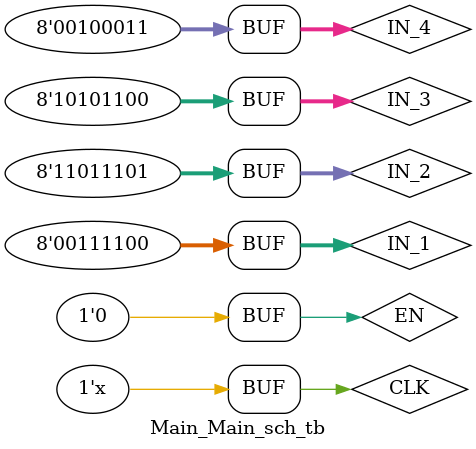
<source format=v>

`timescale 1ns / 1ps

module Main_Main_sch_tb();

// Inputs
   reg [7:0] IN_1;
   reg EN;
   reg CLK;
   reg [7:0] IN_3;
   reg [7:0] IN_2;
   reg [7:0] IN_4;

// Output
   wire [7:0] OUT_1;
   wire [7:0] OUT_2;
   wire [7:0] OUT_3;
   wire [7:0] OUT_4;

// Bidirs

// Instantiate the UUT
   Main UUT (
		.IN_1(IN_1), 
		.EN(EN), 
		.CLK(CLK), 
		.IN_3(IN_3), 
		.IN_2(IN_2), 
		.IN_4(IN_4), 
		.OUT_1(OUT_1), 
		.OUT_2(OUT_2), 
		.OUT_3(OUT_3), 
		.OUT_4(OUT_4)
   );
// Initialize Inputs
   initial begin
		IN_1 = 8'h3C;
		EN = 0;
		CLK = 0;
		IN_3 = 8'hAC;
		IN_2 = 8'hDD;
		IN_4 = 8'h23;
		
		#10 EN = 1;
		#150 EN = 0;
   end
	always begin
		#20 CLK=~CLK;
	end
endmodule

</source>
